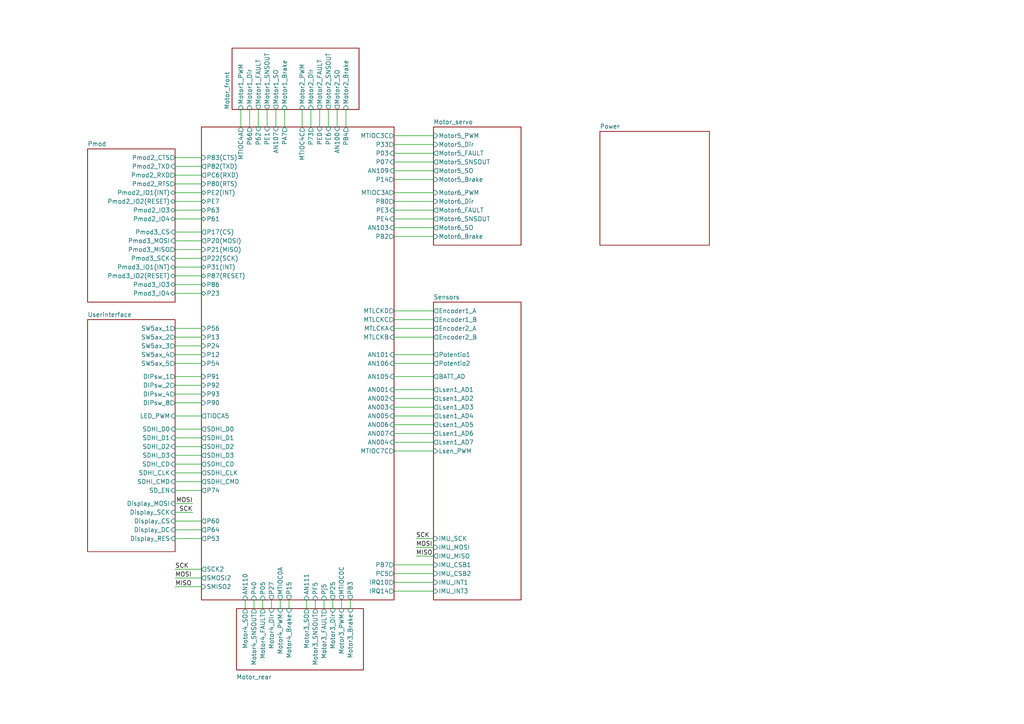
<source format=kicad_sch>
(kicad_sch
	(version 20231120)
	(generator "eeschema")
	(generator_version "8.0")
	(uuid "76b89980-2e43-4de5-94df-53966ea6619b")
	(paper "A4")
	(lib_symbols)
	(wire
		(pts
			(xy 114.3 39.37) (xy 125.73 39.37)
		)
		(stroke
			(width 0)
			(type default)
		)
		(uuid "019e5bc8-7c51-4d52-95df-b2639e6c26ce")
	)
	(wire
		(pts
			(xy 114.3 125.73) (xy 125.73 125.73)
		)
		(stroke
			(width 0)
			(type default)
		)
		(uuid "0432e204-6510-4f37-bf9f-82416037078a")
	)
	(wire
		(pts
			(xy 114.3 63.5) (xy 125.73 63.5)
		)
		(stroke
			(width 0)
			(type default)
		)
		(uuid "0ec56adb-f012-4b1c-b952-cca06f8f578b")
	)
	(wire
		(pts
			(xy 50.8 85.09) (xy 58.42 85.09)
		)
		(stroke
			(width 0)
			(type default)
		)
		(uuid "1436a412-30f6-44cf-a246-66df3dc76205")
	)
	(wire
		(pts
			(xy 93.98 173.99) (xy 93.98 176.53)
		)
		(stroke
			(width 0)
			(type default)
		)
		(uuid "1492e541-c4f3-4407-a66a-cdb1cd275bc0")
	)
	(wire
		(pts
			(xy 81.28 173.99) (xy 81.28 176.53)
		)
		(stroke
			(width 0)
			(type default)
		)
		(uuid "171c280e-c08d-4cbd-a160-7292d7320d2a")
	)
	(wire
		(pts
			(xy 73.66 173.99) (xy 73.66 176.53)
		)
		(stroke
			(width 0)
			(type default)
		)
		(uuid "1841eec5-d568-4901-8466-777644b64359")
	)
	(wire
		(pts
			(xy 114.3 97.79) (xy 125.73 97.79)
		)
		(stroke
			(width 0)
			(type default)
		)
		(uuid "2517d716-e4fa-4521-9d4c-123a24dede6a")
	)
	(wire
		(pts
			(xy 50.8 165.1) (xy 58.42 165.1)
		)
		(stroke
			(width 0)
			(type default)
		)
		(uuid "252f0257-c82c-4c6c-9aea-fccd521e97f1")
	)
	(wire
		(pts
			(xy 114.3 171.45) (xy 125.73 171.45)
		)
		(stroke
			(width 0)
			(type default)
		)
		(uuid "2691a037-e142-4946-b187-c689ecef9ac1")
	)
	(wire
		(pts
			(xy 120.65 161.29) (xy 125.73 161.29)
		)
		(stroke
			(width 0)
			(type default)
		)
		(uuid "2afed251-5c8b-48bd-bef9-402f9b8269e1")
	)
	(wire
		(pts
			(xy 58.42 170.18) (xy 50.8 170.18)
		)
		(stroke
			(width 0)
			(type default)
		)
		(uuid "2fc73b19-f99f-49d9-8aa9-e6d35f2623bf")
	)
	(wire
		(pts
			(xy 71.12 173.99) (xy 71.12 176.53)
		)
		(stroke
			(width 0)
			(type default)
		)
		(uuid "34f89c1a-4b16-432a-ac89-b6ac684e8e8f")
	)
	(wire
		(pts
			(xy 83.82 173.99) (xy 83.82 176.53)
		)
		(stroke
			(width 0)
			(type default)
		)
		(uuid "36a5af89-22ab-4abb-af28-01a6c2ee2580")
	)
	(wire
		(pts
			(xy 114.3 118.11) (xy 125.73 118.11)
		)
		(stroke
			(width 0)
			(type default)
		)
		(uuid "3a41f907-5e69-4360-8be6-ba72f17cb589")
	)
	(wire
		(pts
			(xy 50.8 105.41) (xy 58.42 105.41)
		)
		(stroke
			(width 0)
			(type default)
		)
		(uuid "3a4d4546-f168-4444-a7d9-fabce23066c1")
	)
	(wire
		(pts
			(xy 50.8 134.62) (xy 58.42 134.62)
		)
		(stroke
			(width 0)
			(type default)
		)
		(uuid "3ad23b1d-3fc3-4d3e-a79b-21ce0d402be6")
	)
	(wire
		(pts
			(xy 114.3 60.96) (xy 125.73 60.96)
		)
		(stroke
			(width 0)
			(type default)
		)
		(uuid "3b8be6e8-e9be-4cfe-866d-f4a21d82707a")
	)
	(wire
		(pts
			(xy 50.8 116.84) (xy 58.42 116.84)
		)
		(stroke
			(width 0)
			(type default)
		)
		(uuid "3d2a90c6-1834-4b90-b4d7-8818c2f4f860")
	)
	(wire
		(pts
			(xy 91.44 173.99) (xy 91.44 176.53)
		)
		(stroke
			(width 0)
			(type default)
		)
		(uuid "3dfdc5cc-ae21-436d-a801-5858bc14a1e4")
	)
	(wire
		(pts
			(xy 114.3 41.91) (xy 125.73 41.91)
		)
		(stroke
			(width 0)
			(type default)
		)
		(uuid "3e625f65-02ff-43a3-a3be-a0a156af7b47")
	)
	(wire
		(pts
			(xy 114.3 113.03) (xy 125.73 113.03)
		)
		(stroke
			(width 0)
			(type default)
		)
		(uuid "405e3d3f-7054-472a-b7e2-5a9e01f10144")
	)
	(wire
		(pts
			(xy 100.33 31.75) (xy 100.33 36.83)
		)
		(stroke
			(width 0)
			(type default)
		)
		(uuid "4e184ab6-9d82-401b-bbb0-c025422fcf06")
	)
	(wire
		(pts
			(xy 50.8 100.33) (xy 58.42 100.33)
		)
		(stroke
			(width 0)
			(type default)
		)
		(uuid "52ee4c9c-167c-4906-b78a-88e92db46788")
	)
	(wire
		(pts
			(xy 50.8 69.85) (xy 58.42 69.85)
		)
		(stroke
			(width 0)
			(type default)
		)
		(uuid "536ce4ed-1a68-4f7a-a7b4-2f2edb35581b")
	)
	(wire
		(pts
			(xy 50.8 55.88) (xy 58.42 55.88)
		)
		(stroke
			(width 0)
			(type default)
		)
		(uuid "54e0db9e-faf0-4b21-8c2d-38164c29643e")
	)
	(wire
		(pts
			(xy 50.8 58.42) (xy 58.42 58.42)
		)
		(stroke
			(width 0)
			(type default)
		)
		(uuid "57497467-04c4-4fdc-9310-8c6fc1837f92")
	)
	(wire
		(pts
			(xy 55.88 148.59) (xy 50.8 148.59)
		)
		(stroke
			(width 0)
			(type default)
		)
		(uuid "583b6b54-8146-4f7d-8e36-f99a281a04b5")
	)
	(wire
		(pts
			(xy 114.3 130.81) (xy 125.73 130.81)
		)
		(stroke
			(width 0)
			(type default)
		)
		(uuid "5b3ce135-74d3-4f5a-b5bd-6fa41fb0803b")
	)
	(wire
		(pts
			(xy 50.8 129.54) (xy 58.42 129.54)
		)
		(stroke
			(width 0)
			(type default)
		)
		(uuid "61cb587d-1ec5-4cda-9bdf-c197d1ecfd19")
	)
	(wire
		(pts
			(xy 92.71 31.75) (xy 92.71 36.83)
		)
		(stroke
			(width 0)
			(type default)
		)
		(uuid "641d95b3-471b-4c1f-aaf6-2dd761a337fd")
	)
	(wire
		(pts
			(xy 114.3 115.57) (xy 125.73 115.57)
		)
		(stroke
			(width 0)
			(type default)
		)
		(uuid "66eb4b5b-8c10-43ca-89f6-99606fb7876f")
	)
	(wire
		(pts
			(xy 114.3 95.25) (xy 125.73 95.25)
		)
		(stroke
			(width 0)
			(type default)
		)
		(uuid "680b2e8b-79c9-4494-9e37-cdc8342a20ad")
	)
	(wire
		(pts
			(xy 50.8 124.46) (xy 58.42 124.46)
		)
		(stroke
			(width 0)
			(type default)
		)
		(uuid "68d500ec-f375-438d-8273-3fbc890653f5")
	)
	(wire
		(pts
			(xy 114.3 163.83) (xy 125.73 163.83)
		)
		(stroke
			(width 0)
			(type default)
		)
		(uuid "6d15ccb5-a14f-4423-a3a9-8f8230e85485")
	)
	(wire
		(pts
			(xy 69.85 31.75) (xy 69.85 36.83)
		)
		(stroke
			(width 0)
			(type default)
		)
		(uuid "6f700e77-49a0-4c24-b768-e5eb56c3f96e")
	)
	(wire
		(pts
			(xy 90.17 31.75) (xy 90.17 36.83)
		)
		(stroke
			(width 0)
			(type default)
		)
		(uuid "7226fd9a-b9a5-4c8b-9a96-198ade6a185a")
	)
	(wire
		(pts
			(xy 50.8 53.34) (xy 58.42 53.34)
		)
		(stroke
			(width 0)
			(type default)
		)
		(uuid "748cd850-e50b-41d9-a59c-24242e727397")
	)
	(wire
		(pts
			(xy 114.3 123.19) (xy 125.73 123.19)
		)
		(stroke
			(width 0)
			(type default)
		)
		(uuid "74a82fa8-aecd-491c-aa6b-3a8dc1e038e6")
	)
	(wire
		(pts
			(xy 50.8 82.55) (xy 58.42 82.55)
		)
		(stroke
			(width 0)
			(type default)
		)
		(uuid "771ae856-143c-447b-bdfc-93a5ee3fe14b")
	)
	(wire
		(pts
			(xy 50.8 80.01) (xy 58.42 80.01)
		)
		(stroke
			(width 0)
			(type default)
		)
		(uuid "7a2640ff-41aa-4133-ab00-b63fd8b73d0c")
	)
	(wire
		(pts
			(xy 114.3 55.88) (xy 125.73 55.88)
		)
		(stroke
			(width 0)
			(type default)
		)
		(uuid "838fb993-a077-4db3-b002-441b9f699267")
	)
	(wire
		(pts
			(xy 74.93 31.75) (xy 74.93 36.83)
		)
		(stroke
			(width 0)
			(type default)
		)
		(uuid "83fe80a8-171b-4548-9ea0-43bafb26b7d6")
	)
	(wire
		(pts
			(xy 114.3 49.53) (xy 125.73 49.53)
		)
		(stroke
			(width 0)
			(type default)
		)
		(uuid "842570a9-c205-4fcc-8490-208b10decf70")
	)
	(wire
		(pts
			(xy 114.3 168.91) (xy 125.73 168.91)
		)
		(stroke
			(width 0)
			(type default)
		)
		(uuid "8603f589-54c0-4dc0-8bea-736cac624ec9")
	)
	(wire
		(pts
			(xy 114.3 128.27) (xy 125.73 128.27)
		)
		(stroke
			(width 0)
			(type default)
		)
		(uuid "8657f376-a37f-40bf-82aa-92bf75bb6b95")
	)
	(wire
		(pts
			(xy 114.3 66.04) (xy 125.73 66.04)
		)
		(stroke
			(width 0)
			(type default)
		)
		(uuid "874b134b-3147-48b5-bc3a-44b6a1cdfd43")
	)
	(wire
		(pts
			(xy 82.55 31.75) (xy 82.55 36.83)
		)
		(stroke
			(width 0)
			(type default)
		)
		(uuid "88c24464-df68-4394-857c-fcd961f6f69a")
	)
	(wire
		(pts
			(xy 77.47 31.75) (xy 77.47 36.83)
		)
		(stroke
			(width 0)
			(type default)
		)
		(uuid "8a589cad-d6e4-4fff-b5bf-a21d56fca3cf")
	)
	(wire
		(pts
			(xy 97.79 36.83) (xy 97.79 31.75)
		)
		(stroke
			(width 0)
			(type default)
		)
		(uuid "8b005fdf-60f1-4e3c-b10c-8a8f1a98cdce")
	)
	(wire
		(pts
			(xy 50.8 72.39) (xy 58.42 72.39)
		)
		(stroke
			(width 0)
			(type default)
		)
		(uuid "8c7618cb-d4fd-4a36-97d8-85a5e8a4b01f")
	)
	(wire
		(pts
			(xy 50.8 120.65) (xy 58.42 120.65)
		)
		(stroke
			(width 0)
			(type default)
		)
		(uuid "8dba74fc-dccd-47a2-8ae8-fe23776f6414")
	)
	(wire
		(pts
			(xy 50.8 45.72) (xy 58.42 45.72)
		)
		(stroke
			(width 0)
			(type default)
		)
		(uuid "90b825e5-fae6-435b-a0f0-5c40a521f317")
	)
	(wire
		(pts
			(xy 50.8 139.7) (xy 58.42 139.7)
		)
		(stroke
			(width 0)
			(type default)
		)
		(uuid "940c632b-2cca-4ef9-a8ad-ed34c2606398")
	)
	(wire
		(pts
			(xy 114.3 109.22) (xy 125.73 109.22)
		)
		(stroke
			(width 0)
			(type default)
		)
		(uuid "9aea101f-4335-428d-8aa3-dac2a103f9c1")
	)
	(wire
		(pts
			(xy 50.8 48.26) (xy 58.42 48.26)
		)
		(stroke
			(width 0)
			(type default)
		)
		(uuid "9e46b243-cc04-4cd2-b265-007bd541144f")
	)
	(wire
		(pts
			(xy 50.8 63.5) (xy 58.42 63.5)
		)
		(stroke
			(width 0)
			(type default)
		)
		(uuid "a1e96795-7521-4a4e-b9be-e761a055540b")
	)
	(wire
		(pts
			(xy 114.3 105.41) (xy 125.73 105.41)
		)
		(stroke
			(width 0)
			(type default)
		)
		(uuid "a465f864-1f24-4bdd-abff-831bf1e9e343")
	)
	(wire
		(pts
			(xy 120.65 158.75) (xy 125.73 158.75)
		)
		(stroke
			(width 0)
			(type default)
		)
		(uuid "a4f65c57-0d30-4e7f-83ae-f4c8f8688cc6")
	)
	(wire
		(pts
			(xy 50.8 102.87) (xy 58.42 102.87)
		)
		(stroke
			(width 0)
			(type default)
		)
		(uuid "a77a96fb-3cf0-4aca-ade5-f6596821ea6b")
	)
	(wire
		(pts
			(xy 96.52 173.99) (xy 96.52 176.53)
		)
		(stroke
			(width 0)
			(type default)
		)
		(uuid "a8beb5ca-37bb-4259-82eb-b73e60236cf1")
	)
	(wire
		(pts
			(xy 50.8 153.67) (xy 58.42 153.67)
		)
		(stroke
			(width 0)
			(type default)
		)
		(uuid "a934b337-32ff-4345-9f2f-e9491432a646")
	)
	(wire
		(pts
			(xy 50.8 167.64) (xy 58.42 167.64)
		)
		(stroke
			(width 0)
			(type default)
		)
		(uuid "a95218f5-7379-4176-b2c8-425310468b2f")
	)
	(wire
		(pts
			(xy 99.06 173.99) (xy 99.06 176.53)
		)
		(stroke
			(width 0)
			(type default)
		)
		(uuid "aac0e88d-6d4f-4648-a820-078f87c53207")
	)
	(wire
		(pts
			(xy 55.88 146.05) (xy 50.8 146.05)
		)
		(stroke
			(width 0)
			(type default)
		)
		(uuid "ae6206d0-c355-40f1-afe3-13acb45111a8")
	)
	(wire
		(pts
			(xy 76.2 173.99) (xy 76.2 176.53)
		)
		(stroke
			(width 0)
			(type default)
		)
		(uuid "af567266-8ffd-4338-9740-1c8f3ca1c3a5")
	)
	(wire
		(pts
			(xy 50.8 95.25) (xy 58.42 95.25)
		)
		(stroke
			(width 0)
			(type default)
		)
		(uuid "b07cca1a-d5dd-44e2-9866-d758f6e980c4")
	)
	(wire
		(pts
			(xy 50.8 109.22) (xy 58.42 109.22)
		)
		(stroke
			(width 0)
			(type default)
		)
		(uuid "b284bfa4-1e23-422b-a0d4-14aa2cbba12d")
	)
	(wire
		(pts
			(xy 114.3 102.87) (xy 125.73 102.87)
		)
		(stroke
			(width 0)
			(type default)
		)
		(uuid "b98d6a13-265f-47a0-baff-910d58fb6ce8")
	)
	(wire
		(pts
			(xy 50.8 132.08) (xy 58.42 132.08)
		)
		(stroke
			(width 0)
			(type default)
		)
		(uuid "ba2841c2-cc69-400e-86cf-ae9586567aa0")
	)
	(wire
		(pts
			(xy 101.6 173.99) (xy 101.6 176.53)
		)
		(stroke
			(width 0)
			(type default)
		)
		(uuid "bcb5a28b-0003-4355-98a1-36ca9498397c")
	)
	(wire
		(pts
			(xy 114.3 46.99) (xy 125.73 46.99)
		)
		(stroke
			(width 0)
			(type default)
		)
		(uuid "bce88dd0-64b1-4502-925a-d6de2940e9dc")
	)
	(wire
		(pts
			(xy 114.3 90.17) (xy 125.73 90.17)
		)
		(stroke
			(width 0)
			(type default)
		)
		(uuid "c112cfc3-8440-4bb5-a598-f6903460e780")
	)
	(wire
		(pts
			(xy 50.8 114.3) (xy 58.42 114.3)
		)
		(stroke
			(width 0)
			(type default)
		)
		(uuid "c402b7fd-f453-4ff2-8b04-8c4d96301491")
	)
	(wire
		(pts
			(xy 88.9 173.99) (xy 88.9 176.53)
		)
		(stroke
			(width 0)
			(type default)
		)
		(uuid "c783d00e-d547-4d40-bd2c-51d1d698c1f1")
	)
	(wire
		(pts
			(xy 95.25 31.75) (xy 95.25 36.83)
		)
		(stroke
			(width 0)
			(type default)
		)
		(uuid "c99c28a9-2da6-4aff-854d-f7c468f87ed2")
	)
	(wire
		(pts
			(xy 50.8 137.16) (xy 58.42 137.16)
		)
		(stroke
			(width 0)
			(type default)
		)
		(uuid "cbedb64e-17e6-4251-91ec-d000c4f2c38f")
	)
	(wire
		(pts
			(xy 114.3 52.07) (xy 125.73 52.07)
		)
		(stroke
			(width 0)
			(type default)
		)
		(uuid "ce9d444b-d32a-451c-aa51-312384809422")
	)
	(wire
		(pts
			(xy 120.65 156.21) (xy 125.73 156.21)
		)
		(stroke
			(width 0)
			(type default)
		)
		(uuid "cfea9010-e429-4f33-adfe-0fbfa2e6beac")
	)
	(wire
		(pts
			(xy 87.63 31.75) (xy 87.63 36.83)
		)
		(stroke
			(width 0)
			(type default)
		)
		(uuid "d3d31ad7-13bd-413f-a3b4-0ef0013c2fa1")
	)
	(wire
		(pts
			(xy 50.8 151.13) (xy 58.42 151.13)
		)
		(stroke
			(width 0)
			(type default)
		)
		(uuid "d9f653ae-5045-4f59-a039-dbb4b06da924")
	)
	(wire
		(pts
			(xy 50.8 60.96) (xy 58.42 60.96)
		)
		(stroke
			(width 0)
			(type default)
		)
		(uuid "db208b56-85e1-4bdf-83b9-08666838f54a")
	)
	(wire
		(pts
			(xy 50.8 127) (xy 58.42 127)
		)
		(stroke
			(width 0)
			(type default)
		)
		(uuid "df228eb0-e445-4186-81fb-8b81f8170aa6")
	)
	(wire
		(pts
			(xy 50.8 50.8) (xy 58.42 50.8)
		)
		(stroke
			(width 0)
			(type default)
		)
		(uuid "e05bebd1-8961-4846-b7d7-4dfe7aa42997")
	)
	(wire
		(pts
			(xy 114.3 166.37) (xy 125.73 166.37)
		)
		(stroke
			(width 0)
			(type default)
		)
		(uuid "e1918500-44a0-4bd6-906d-9f1a6faa060a")
	)
	(wire
		(pts
			(xy 72.39 31.75) (xy 72.39 36.83)
		)
		(stroke
			(width 0)
			(type default)
		)
		(uuid "e2e6874c-c106-4bfa-b579-93bf79f5d061")
	)
	(wire
		(pts
			(xy 114.3 44.45) (xy 125.73 44.45)
		)
		(stroke
			(width 0)
			(type default)
		)
		(uuid "e7693ced-5255-446a-a310-7e855bd6e760")
	)
	(wire
		(pts
			(xy 50.8 67.31) (xy 58.42 67.31)
		)
		(stroke
			(width 0)
			(type default)
		)
		(uuid "eab2e227-c469-4a62-bd0f-0dc929c416de")
	)
	(wire
		(pts
			(xy 50.8 97.79) (xy 58.42 97.79)
		)
		(stroke
			(width 0)
			(type default)
		)
		(uuid "eac1aef0-d4f6-422f-aa95-ff878f9a6377")
	)
	(wire
		(pts
			(xy 80.01 36.83) (xy 80.01 31.75)
		)
		(stroke
			(width 0)
			(type default)
		)
		(uuid "eea77476-f54c-4726-be3f-6fa0528e72f7")
	)
	(wire
		(pts
			(xy 114.3 68.58) (xy 125.73 68.58)
		)
		(stroke
			(width 0)
			(type default)
		)
		(uuid "f174033e-5f31-421b-9c23-ded7b5836c71")
	)
	(wire
		(pts
			(xy 50.8 74.93) (xy 58.42 74.93)
		)
		(stroke
			(width 0)
			(type default)
		)
		(uuid "f2aba3e9-6f95-4cde-aa4e-ac33f52adf75")
	)
	(wire
		(pts
			(xy 50.8 156.21) (xy 58.42 156.21)
		)
		(stroke
			(width 0)
			(type default)
		)
		(uuid "f58a7342-10df-40ea-9bf9-0b1370cd9889")
	)
	(wire
		(pts
			(xy 50.8 111.76) (xy 58.42 111.76)
		)
		(stroke
			(width 0)
			(type default)
		)
		(uuid "f6b1b2d8-2726-467a-82aa-fa5b93941794")
	)
	(wire
		(pts
			(xy 114.3 120.65) (xy 125.73 120.65)
		)
		(stroke
			(width 0)
			(type default)
		)
		(uuid "f7b460b3-f871-497c-81f4-11d949e9bdc1")
	)
	(wire
		(pts
			(xy 114.3 92.71) (xy 125.73 92.71)
		)
		(stroke
			(width 0)
			(type default)
		)
		(uuid "f7b4d2ea-0b55-48a0-9b11-c73c240c54e2")
	)
	(wire
		(pts
			(xy 114.3 58.42) (xy 125.73 58.42)
		)
		(stroke
			(width 0)
			(type default)
		)
		(uuid "fa8cf7ee-27bd-4426-837b-96736ea20f2d")
	)
	(wire
		(pts
			(xy 78.74 173.99) (xy 78.74 176.53)
		)
		(stroke
			(width 0)
			(type default)
		)
		(uuid "fbe1da16-a279-4e71-8ecd-cfbc134dc944")
	)
	(wire
		(pts
			(xy 50.8 142.24) (xy 58.42 142.24)
		)
		(stroke
			(width 0)
			(type default)
		)
		(uuid "ff314427-0031-4e35-a850-31bec3394323")
	)
	(wire
		(pts
			(xy 50.8 77.47) (xy 58.42 77.47)
		)
		(stroke
			(width 0)
			(type default)
		)
		(uuid "ffb7fee3-5a9d-4e4c-86ba-fda18b1d3a3c")
	)
	(label "SCK"
		(at 50.8 165.1 0)
		(effects
			(font
				(size 1.27 1.27)
			)
			(justify left bottom)
		)
		(uuid "0b8a8f6b-8a25-47d1-9733-42cd5260a217")
	)
	(label "MOSI"
		(at 55.88 146.05 180)
		(effects
			(font
				(size 1.27 1.27)
			)
			(justify right bottom)
		)
		(uuid "27a183c2-7e92-4896-9aca-b0273ed0789d")
	)
	(label "MOSI"
		(at 120.65 158.75 0)
		(effects
			(font
				(size 1.27 1.27)
			)
			(justify left bottom)
		)
		(uuid "4d4bd983-07b3-4a39-905b-6042a244e955")
	)
	(label "SCK"
		(at 55.88 148.59 180)
		(effects
			(font
				(size 1.27 1.27)
			)
			(justify right bottom)
		)
		(uuid "59e24122-0b3b-4601-9d86-cdd1faa477da")
	)
	(label "SCK"
		(at 120.65 156.21 0)
		(effects
			(font
				(size 1.27 1.27)
			)
			(justify left bottom)
		)
		(uuid "9fb4d5d5-ce72-4071-8409-e634f07cfca6")
	)
	(label "MISO"
		(at 120.65 161.29 0)
		(effects
			(font
				(size 1.27 1.27)
			)
			(justify left bottom)
		)
		(uuid "b7da0c4a-36a4-4005-91a0-2c472d023da7")
	)
	(label "MOSI"
		(at 50.8 167.64 0)
		(effects
			(font
				(size 1.27 1.27)
			)
			(justify left bottom)
		)
		(uuid "c2412829-d3cd-414f-a61f-45a3a89ae9ea")
	)
	(label "MISO"
		(at 50.8 170.18 0)
		(effects
			(font
				(size 1.27 1.27)
			)
			(justify left bottom)
		)
		(uuid "ca8b4b2e-0485-40b5-9172-04f00d1113d4")
	)
	(sheet
		(at 173.99 38.1)
		(size 31.75 33.02)
		(fields_autoplaced yes)
		(stroke
			(width 0.1524)
			(type solid)
		)
		(fill
			(color 0 0 0 0.0000)
		)
		(uuid "2c65dd6e-7466-422d-96f1-e3556fbd2706")
		(property "Sheetname" "Power"
			(at 173.99 37.3884 0)
			(effects
				(font
					(size 1.27 1.27)
				)
				(justify left bottom)
			)
		)
		(property "Sheetfile" "Power.kicad_sch"
			(at 173.99 71.7046 0)
			(effects
				(font
					(size 1.27 1.27)
				)
				(justify left top)
				(hide yes)
			)
		)
		(instances
			(project "mcr_MotorDriver Ver.3"
				(path "/76b89980-2e43-4de5-94df-53966ea6619b"
					(page "2")
				)
			)
		)
	)
	(sheet
		(at 25.4 92.71)
		(size 25.4 67.31)
		(fields_autoplaced yes)
		(stroke
			(width 0.1524)
			(type solid)
		)
		(fill
			(color 0 0 0 0.0000)
		)
		(uuid "3c982040-00ff-4b8e-bcde-6753756f6ec9")
		(property "Sheetname" "Userinterface"
			(at 25.4 91.9984 0)
			(effects
				(font
					(size 1.27 1.27)
				)
				(justify left bottom)
			)
		)
		(property "Sheetfile" "Userinterface.kicad_sch"
			(at 25.4 160.6046 0)
			(effects
				(font
					(size 1.27 1.27)
				)
				(justify left top)
				(hide yes)
			)
		)
		(pin "SDHI_CD" input
			(at 50.8 134.62 0)
			(effects
				(font
					(size 1.27 1.27)
				)
				(justify right)
			)
			(uuid "6b8c1e3b-af54-408d-9dd5-b87f4117c8a8")
		)
		(pin "SDHI_D1" input
			(at 50.8 127 0)
			(effects
				(font
					(size 1.27 1.27)
				)
				(justify right)
			)
			(uuid "f1bb5e76-8cb1-4ad0-a894-2eaef891363e")
		)
		(pin "SDHI_D0" input
			(at 50.8 124.46 0)
			(effects
				(font
					(size 1.27 1.27)
				)
				(justify right)
			)
			(uuid "cf1e77a4-14ea-48c7-ad83-1e4d06988ed9")
		)
		(pin "SDHI_D3" input
			(at 50.8 132.08 0)
			(effects
				(font
					(size 1.27 1.27)
				)
				(justify right)
			)
			(uuid "643d54bf-d6ff-406a-af19-ab3104963e34")
		)
		(pin "SDHI_CMD" input
			(at 50.8 139.7 0)
			(effects
				(font
					(size 1.27 1.27)
				)
				(justify right)
			)
			(uuid "7bd0a27b-bdd8-47ae-9abc-69f4913a3ae5")
		)
		(pin "SDHI_D2" input
			(at 50.8 129.54 0)
			(effects
				(font
					(size 1.27 1.27)
				)
				(justify right)
			)
			(uuid "d9e66032-a525-4713-9ee1-60f49544d2ab")
		)
		(pin "LED_PWM" input
			(at 50.8 120.65 0)
			(effects
				(font
					(size 1.27 1.27)
				)
				(justify right)
			)
			(uuid "bd57c04f-fba4-4b63-9f5c-3ee6eff8c3ef")
		)
		(pin "SDHI_CLK" input
			(at 50.8 137.16 0)
			(effects
				(font
					(size 1.27 1.27)
				)
				(justify right)
			)
			(uuid "a9c97a25-2400-461c-a447-ffff445b21bd")
		)
		(pin "SD_EN" input
			(at 50.8 142.24 0)
			(effects
				(font
					(size 1.27 1.27)
				)
				(justify right)
			)
			(uuid "4cf6d72e-be5a-40ed-9de8-7a93df7931b1")
		)
		(pin "SW5ax_4" output
			(at 50.8 102.87 0)
			(effects
				(font
					(size 1.27 1.27)
				)
				(justify right)
			)
			(uuid "68f605bf-7387-402b-bf08-633aae0f8213")
		)
		(pin "SW5ax_5" output
			(at 50.8 105.41 0)
			(effects
				(font
					(size 1.27 1.27)
				)
				(justify right)
			)
			(uuid "8f0fd170-5561-4ee8-8977-13fa4eb4a804")
		)
		(pin "SW5ax_1" output
			(at 50.8 95.25 0)
			(effects
				(font
					(size 1.27 1.27)
				)
				(justify right)
			)
			(uuid "9cd2c87e-6e6b-45c3-bb81-36358f672ed1")
		)
		(pin "SW5ax_2" output
			(at 50.8 97.79 0)
			(effects
				(font
					(size 1.27 1.27)
				)
				(justify right)
			)
			(uuid "024275d6-0a4f-48eb-afa4-9ecc55c76b21")
		)
		(pin "SW5ax_3" output
			(at 50.8 100.33 0)
			(effects
				(font
					(size 1.27 1.27)
				)
				(justify right)
			)
			(uuid "ebdb27e8-3180-4bfd-80a6-db355314e9f5")
		)
		(pin "Display_RES" input
			(at 50.8 156.21 0)
			(effects
				(font
					(size 1.27 1.27)
				)
				(justify right)
			)
			(uuid "937ff1d4-55d8-431d-9f12-066282d68428")
		)
		(pin "Display_DC" input
			(at 50.8 153.67 0)
			(effects
				(font
					(size 1.27 1.27)
				)
				(justify right)
			)
			(uuid "85b17fa3-760b-482c-9204-deeb6b48093f")
		)
		(pin "Display_MOSI" input
			(at 50.8 146.05 0)
			(effects
				(font
					(size 1.27 1.27)
				)
				(justify right)
			)
			(uuid "d697db04-c784-466b-b80d-1e869a73897a")
		)
		(pin "Display_CS" input
			(at 50.8 151.13 0)
			(effects
				(font
					(size 1.27 1.27)
				)
				(justify right)
			)
			(uuid "ac84686a-2a3d-4682-bcfb-29211a515aa3")
		)
		(pin "Display_SCK" input
			(at 50.8 148.59 0)
			(effects
				(font
					(size 1.27 1.27)
				)
				(justify right)
			)
			(uuid "1fa8cd80-169b-400a-8f67-1287a8701a53")
		)
		(pin "DIPsw_1" output
			(at 50.8 109.22 0)
			(effects
				(font
					(size 1.27 1.27)
				)
				(justify right)
			)
			(uuid "b36bb57b-2c4b-4eaa-8e93-16efb807b569")
		)
		(pin "DIPsw_4" output
			(at 50.8 114.3 0)
			(effects
				(font
					(size 1.27 1.27)
				)
				(justify right)
			)
			(uuid "80cf3d39-f692-48f6-bbb3-17a2566edcbc")
		)
		(pin "DIPsw_2" output
			(at 50.8 111.76 0)
			(effects
				(font
					(size 1.27 1.27)
				)
				(justify right)
			)
			(uuid "79da34e4-47dd-4247-a024-48a45d985b2c")
		)
		(pin "DIPsw_8" output
			(at 50.8 116.84 0)
			(effects
				(font
					(size 1.27 1.27)
				)
				(justify right)
			)
			(uuid "e4a8a3f5-a3ed-4d44-ab82-abcd47839dcb")
		)
		(instances
			(project "mcr_MotorDriver Ver.3"
				(path "/76b89980-2e43-4de5-94df-53966ea6619b"
					(page "4")
				)
			)
		)
	)
	(sheet
		(at 125.73 87.63)
		(size 25.4 86.36)
		(fields_autoplaced yes)
		(stroke
			(width 0.1524)
			(type solid)
		)
		(fill
			(color 0 0 0 0.0000)
		)
		(uuid "3cfb1952-6bc1-422a-88f5-c02310c2f68f")
		(property "Sheetname" "Sensors"
			(at 125.73 86.9184 0)
			(effects
				(font
					(size 1.27 1.27)
				)
				(justify left bottom)
			)
		)
		(property "Sheetfile" "Periferal.sch.kicad_sch"
			(at 125.73 174.5746 0)
			(effects
				(font
					(size 1.27 1.27)
				)
				(justify left top)
				(hide yes)
			)
		)
		(pin "Encoder1_A" output
			(at 125.73 90.17 180)
			(effects
				(font
					(size 1.27 1.27)
				)
				(justify left)
			)
			(uuid "f5782d90-742a-415c-ae69-4e18f54a3c24")
		)
		(pin "Encoder1_B" output
			(at 125.73 92.71 180)
			(effects
				(font
					(size 1.27 1.27)
				)
				(justify left)
			)
			(uuid "1041f67a-fd18-41e1-955e-b440302b5449")
		)
		(pin "IMU_CSB2" input
			(at 125.73 166.37 180)
			(effects
				(font
					(size 1.27 1.27)
				)
				(justify left)
			)
			(uuid "9586acff-d16c-443a-a2f6-413d3d27440c")
		)
		(pin "IMU_INT3" input
			(at 125.73 171.45 180)
			(effects
				(font
					(size 1.27 1.27)
				)
				(justify left)
			)
			(uuid "27c9278a-6395-4fe2-8ae1-5773e615ca97")
		)
		(pin "IMU_INT1" input
			(at 125.73 168.91 180)
			(effects
				(font
					(size 1.27 1.27)
				)
				(justify left)
			)
			(uuid "2dad084b-4430-470a-ab3a-77f352a96a11")
		)
		(pin "Lsen1_AD1" output
			(at 125.73 113.03 180)
			(effects
				(font
					(size 1.27 1.27)
				)
				(justify left)
			)
			(uuid "d41e1466-0d46-4cfc-ad9f-d033fdb15c8d")
		)
		(pin "Lsen1_AD6" output
			(at 125.73 125.73 180)
			(effects
				(font
					(size 1.27 1.27)
				)
				(justify left)
			)
			(uuid "7e31bf6c-bdc3-4cec-9411-1cdee795f3b7")
		)
		(pin "Lsen1_AD3" output
			(at 125.73 118.11 180)
			(effects
				(font
					(size 1.27 1.27)
				)
				(justify left)
			)
			(uuid "d2feae9b-5e14-4a32-80dd-70a9ff98582f")
		)
		(pin "Lsen1_AD2" output
			(at 125.73 115.57 180)
			(effects
				(font
					(size 1.27 1.27)
				)
				(justify left)
			)
			(uuid "940c906a-49ec-445f-aa27-6e188953d57c")
		)
		(pin "Lsen1_AD4" output
			(at 125.73 120.65 180)
			(effects
				(font
					(size 1.27 1.27)
				)
				(justify left)
			)
			(uuid "811b6b08-0907-4606-9d28-28d634b5daa4")
		)
		(pin "Lsen1_AD5" output
			(at 125.73 123.19 180)
			(effects
				(font
					(size 1.27 1.27)
				)
				(justify left)
			)
			(uuid "20ac2701-d4e9-4313-aece-f167df46daa7")
		)
		(pin "IMU_SCK" input
			(at 125.73 156.21 180)
			(effects
				(font
					(size 1.27 1.27)
				)
				(justify left)
			)
			(uuid "ba6be0d9-ed51-4bdd-87f9-29e19c7e89b8")
		)
		(pin "IMU_MOSI" input
			(at 125.73 158.75 180)
			(effects
				(font
					(size 1.27 1.27)
				)
				(justify left)
			)
			(uuid "a0c17acc-e8bf-4685-817f-f053f3facab2")
		)
		(pin "IMU_CSB1" input
			(at 125.73 163.83 180)
			(effects
				(font
					(size 1.27 1.27)
				)
				(justify left)
			)
			(uuid "4c3f0fa8-d066-4459-bde2-90cd5e439833")
		)
		(pin "IMU_MISO" output
			(at 125.73 161.29 180)
			(effects
				(font
					(size 1.27 1.27)
				)
				(justify left)
			)
			(uuid "8ac19488-3b98-4460-ba9f-4b447ca77113")
		)
		(pin "BATT_AD" output
			(at 125.73 109.22 180)
			(effects
				(font
					(size 1.27 1.27)
				)
				(justify left)
			)
			(uuid "f8c53830-a695-4079-b406-6be1c40103a2")
		)
		(pin "Potentio2" output
			(at 125.73 105.41 180)
			(effects
				(font
					(size 1.27 1.27)
				)
				(justify left)
			)
			(uuid "8acc3dca-c0ec-4020-b326-3a5ec6811d73")
		)
		(pin "Potentio1" output
			(at 125.73 102.87 180)
			(effects
				(font
					(size 1.27 1.27)
				)
				(justify left)
			)
			(uuid "20bd8231-5ffd-4a56-a9f6-bba300bc58b9")
		)
		(pin "Encoder2_B" output
			(at 125.73 97.79 180)
			(effects
				(font
					(size 1.27 1.27)
				)
				(justify left)
			)
			(uuid "485d0b75-efde-4734-8054-0a1da9abaa23")
		)
		(pin "Encoder2_A" output
			(at 125.73 95.25 180)
			(effects
				(font
					(size 1.27 1.27)
				)
				(justify left)
			)
			(uuid "d235a304-6dd3-4c3d-b249-28777f05f2b1")
		)
		(pin "Lsen1_AD7" output
			(at 125.73 128.27 180)
			(effects
				(font
					(size 1.27 1.27)
				)
				(justify left)
			)
			(uuid "f093dc08-ad4c-4e9c-92ba-0ac28aea3664")
		)
		(pin "Lsen_PWM" input
			(at 125.73 130.81 180)
			(effects
				(font
					(size 1.27 1.27)
				)
				(justify left)
			)
			(uuid "1eb459d4-4000-4f82-accf-28c747cd6e7c")
		)
		(instances
			(project "mcr_MotorDriver Ver.3"
				(path "/76b89980-2e43-4de5-94df-53966ea6619b"
					(page "3")
				)
			)
		)
	)
	(sheet
		(at 68.58 176.53)
		(size 36.83 17.78)
		(stroke
			(width 0.1524)
			(type solid)
		)
		(fill
			(color 0 0 0 0.0000)
		)
		(uuid "51ef8f07-12d0-4a04-a726-b98eb3e14b2d")
		(property "Sheetname" "Motor_rear"
			(at 68.58 197.104 0)
			(effects
				(font
					(size 1.27 1.27)
				)
				(justify left bottom)
			)
		)
		(property "Sheetfile" "Motor_rear.kicad_sch"
			(at 68.58 202.5146 0)
			(effects
				(font
					(size 1.27 1.27)
				)
				(justify left top)
				(hide yes)
			)
		)
		(pin "Motor3_Dir" input
			(at 96.52 176.53 90)
			(effects
				(font
					(size 1.27 1.27)
				)
				(justify right)
			)
			(uuid "1ff9e03b-1631-4fe6-b68e-ad4c82558ec6")
		)
		(pin "Motor3_SNSOUT" output
			(at 91.44 176.53 90)
			(effects
				(font
					(size 1.27 1.27)
				)
				(justify right)
			)
			(uuid "9aba459a-bb9e-45fa-a3c6-e2aea6e91f32")
		)
		(pin "Motor3_FAULT" output
			(at 93.98 176.53 90)
			(effects
				(font
					(size 1.27 1.27)
				)
				(justify right)
			)
			(uuid "cd1cdb12-1f3a-4c00-a81e-7fde41177810")
		)
		(pin "Motor3_PWM" input
			(at 99.06 176.53 90)
			(effects
				(font
					(size 1.27 1.27)
				)
				(justify right)
			)
			(uuid "8b3832cc-90a1-4f32-8b02-f7415a9b57aa")
		)
		(pin "Motor3_SO" output
			(at 88.9 176.53 90)
			(effects
				(font
					(size 1.27 1.27)
				)
				(justify right)
			)
			(uuid "60145e2a-da03-4ffa-ad0e-9673bd6b837b")
		)
		(pin "Motor4_FAULT" output
			(at 76.2 176.53 90)
			(effects
				(font
					(size 1.27 1.27)
				)
				(justify right)
			)
			(uuid "0d7489bb-d036-442a-a284-2837e5b1ed2e")
		)
		(pin "Motor4_Dir" input
			(at 78.74 176.53 90)
			(effects
				(font
					(size 1.27 1.27)
				)
				(justify right)
			)
			(uuid "bb8e5bc3-ddb5-4e6a-baea-a7da081d92fa")
		)
		(pin "Motor4_PWM" input
			(at 81.28 176.53 90)
			(effects
				(font
					(size 1.27 1.27)
				)
				(justify right)
			)
			(uuid "0cee6fbe-265b-4e7e-ae0f-f69c7acb0c44")
		)
		(pin "Motor4_SNSOUT" output
			(at 73.66 176.53 90)
			(effects
				(font
					(size 1.27 1.27)
				)
				(justify right)
			)
			(uuid "d5487e4a-3a6e-40c3-aa4b-43655009f39e")
		)
		(pin "Motor4_SO" output
			(at 71.12 176.53 90)
			(effects
				(font
					(size 1.27 1.27)
				)
				(justify right)
			)
			(uuid "7420e4f4-d1a9-436e-9d3f-339c488484a2")
		)
		(pin "Motor4_Brake" input
			(at 83.82 176.53 90)
			(effects
				(font
					(size 1.27 1.27)
				)
				(justify right)
			)
			(uuid "0e2745bb-aa08-4765-8986-e4eedba5530f")
		)
		(pin "Motor3_Brake" input
			(at 101.6 176.53 90)
			(effects
				(font
					(size 1.27 1.27)
				)
				(justify right)
			)
			(uuid "a3becd94-a0e4-4643-98d3-d2520b0819ae")
		)
		(instances
			(project "mcr_MotorDriver Ver.3"
				(path "/76b89980-2e43-4de5-94df-53966ea6619b"
					(page "7")
				)
			)
		)
	)
	(sheet
		(at 25.4 43.18)
		(size 25.4 44.45)
		(fields_autoplaced yes)
		(stroke
			(width 0.1524)
			(type solid)
		)
		(fill
			(color 0 0 0 0.0000)
		)
		(uuid "53053f08-0121-4498-bb15-df6666dce9cf")
		(property "Sheetname" "Pmod"
			(at 25.4 42.4684 0)
			(effects
				(font
					(size 1.27 1.27)
				)
				(justify left bottom)
			)
		)
		(property "Sheetfile" "Pmod.kicad_sch"
			(at 25.4 88.2146 0)
			(effects
				(font
					(size 1.27 1.27)
				)
				(justify left top)
				(hide yes)
			)
		)
		(pin "Pmod3_MISO" output
			(at 50.8 72.39 0)
			(effects
				(font
					(size 1.27 1.27)
				)
				(justify right)
			)
			(uuid "f132d60f-aa74-4f8b-beb9-591d627719d1")
		)
		(pin "Pmod3_CS" input
			(at 50.8 67.31 0)
			(effects
				(font
					(size 1.27 1.27)
				)
				(justify right)
			)
			(uuid "3d2e808d-9c73-461d-ba0f-31fa5c95d379")
		)
		(pin "Pmod3_MOSI" input
			(at 50.8 69.85 0)
			(effects
				(font
					(size 1.27 1.27)
				)
				(justify right)
			)
			(uuid "8d44a648-a0ec-4bbd-89c8-b4e36877a4bf")
		)
		(pin "Pmod3_SCK" input
			(at 50.8 74.93 0)
			(effects
				(font
					(size 1.27 1.27)
				)
				(justify right)
			)
			(uuid "ecd62410-588e-4ec5-8365-cd5cb9461606")
		)
		(pin "Pmod3_IO4" bidirectional
			(at 50.8 85.09 0)
			(effects
				(font
					(size 1.27 1.27)
				)
				(justify right)
			)
			(uuid "0a55cc5a-116e-4e31-ae8b-ebdc4cf3a296")
		)
		(pin "Pmod3_IO1(INT)" bidirectional
			(at 50.8 77.47 0)
			(effects
				(font
					(size 1.27 1.27)
				)
				(justify right)
			)
			(uuid "b5ff65bf-a5d4-4718-a1a0-67ec4d3ed966")
		)
		(pin "Pmod3_IO3" bidirectional
			(at 50.8 82.55 0)
			(effects
				(font
					(size 1.27 1.27)
				)
				(justify right)
			)
			(uuid "08e23a4f-6b4e-4dc2-9788-a532c3bafa5e")
		)
		(pin "Pmod3_IO2(RESET)" bidirectional
			(at 50.8 80.01 0)
			(effects
				(font
					(size 1.27 1.27)
				)
				(justify right)
			)
			(uuid "596b3e02-8d83-4851-a66a-307dc26a756e")
		)
		(pin "Pmod2_IO3" bidirectional
			(at 50.8 60.96 0)
			(effects
				(font
					(size 1.27 1.27)
				)
				(justify right)
			)
			(uuid "b57dcef6-426f-42f2-a384-63344d823bb4")
		)
		(pin "Pmod2_IO4" bidirectional
			(at 50.8 63.5 0)
			(effects
				(font
					(size 1.27 1.27)
				)
				(justify right)
			)
			(uuid "59819627-1e1a-4bde-8b3f-fd1efcc4f04b")
		)
		(pin "Pmod2_RTS" output
			(at 50.8 53.34 0)
			(effects
				(font
					(size 1.27 1.27)
				)
				(justify right)
			)
			(uuid "90550148-e060-41a5-9fdd-b5dd5bf6a0a4")
		)
		(pin "Pmod2_TXD" input
			(at 50.8 48.26 0)
			(effects
				(font
					(size 1.27 1.27)
				)
				(justify right)
			)
			(uuid "ae291642-6e5d-4e5d-a71f-c717564b2d19")
		)
		(pin "Pmod2_RXD" output
			(at 50.8 50.8 0)
			(effects
				(font
					(size 1.27 1.27)
				)
				(justify right)
			)
			(uuid "3eb723a9-7526-442f-93cd-f352ab2bcc70")
		)
		(pin "Pmod2_CTS" output
			(at 50.8 45.72 0)
			(effects
				(font
					(size 1.27 1.27)
				)
				(justify right)
			)
			(uuid "7a195ee9-442c-4d7c-8ea8-62cd876ac6c1")
		)
		(pin "Pmod2_IO1(INT)" bidirectional
			(at 50.8 55.88 0)
			(effects
				(font
					(size 1.27 1.27)
				)
				(justify right)
			)
			(uuid "6a11196e-1fec-49d0-a937-4682982f1b7a")
		)
		(pin "Pmod2_IO2(RESET)" bidirectional
			(at 50.8 58.42 0)
			(effects
				(font
					(size 1.27 1.27)
				)
				(justify right)
			)
			(uuid "bffcadef-9687-42cf-b70a-6f371e15f76c")
		)
		(instances
			(project "mcr_MotorDriver Ver.3"
				(path "/76b89980-2e43-4de5-94df-53966ea6619b"
					(page "5")
				)
			)
		)
	)
	(sheet
		(at 58.42 36.83)
		(size 55.88 137.16)
		(fields_autoplaced yes)
		(stroke
			(width 0.1524)
			(type solid)
		)
		(fill
			(color 0 0 0 0.0000)
		)
		(uuid "79ad9b32-fd2e-465e-9e27-e9e816377c75")
		(property "Sheetname" "MCU"
			(at 58.42 36.1184 0)
			(effects
				(font
					(size 1.27 1.27)
				)
				(justify left bottom)
				(hide yes)
			)
		)
		(property "Sheetfile" "MCU.kicad_sch"
			(at 58.42 174.5746 0)
			(effects
				(font
					(size 1.27 1.27)
				)
				(justify left top)
				(hide yes)
			)
		)
		(pin "MTIOC3C" output
			(at 114.3 39.37 0)
			(effects
				(font
					(size 1.27 1.27)
				)
				(justify right)
			)
			(uuid "9324f8a0-ffce-4865-9e12-d4e985922597")
		)
		(pin "MTIOC7C" output
			(at 114.3 130.81 0)
			(effects
				(font
					(size 1.27 1.27)
				)
				(justify right)
			)
			(uuid "0143c3db-e1d9-4bc0-bda4-210b650a3bd2")
		)
		(pin "MTIOC0C" output
			(at 99.06 173.99 270)
			(effects
				(font
					(size 1.27 1.27)
				)
				(justify left)
			)
			(uuid "f107638c-25c9-4a2e-884a-f2b19b8a8133")
		)
		(pin "MTIOC0A" output
			(at 81.28 173.99 270)
			(effects
				(font
					(size 1.27 1.27)
				)
				(justify left)
			)
			(uuid "4aefa703-c27c-4a11-853b-ef39045421f8")
		)
		(pin "P25" output
			(at 96.52 173.99 270)
			(effects
				(font
					(size 1.27 1.27)
				)
				(justify left)
			)
			(uuid "b5f84c6d-46a0-4048-885e-d2d6e936953c")
		)
		(pin "IRQ10" output
			(at 114.3 168.91 0)
			(effects
				(font
					(size 1.27 1.27)
				)
				(justify right)
			)
			(uuid "cd79ecb7-2098-4c6b-b53b-34316372a6e2")
		)
		(pin "MTIOC3A" output
			(at 114.3 55.88 0)
			(effects
				(font
					(size 1.27 1.27)
				)
				(justify right)
			)
			(uuid "5a864c5e-c115-4b7d-a6bc-94d3f2c1dcdf")
		)
		(pin "IRQ14" output
			(at 114.3 171.45 0)
			(effects
				(font
					(size 1.27 1.27)
				)
				(justify right)
			)
			(uuid "f42f4d39-ef0d-4efb-b2e5-f995d4d2eb92")
		)
		(pin "PC5" output
			(at 114.3 166.37 0)
			(effects
				(font
					(size 1.27 1.27)
				)
				(justify right)
			)
			(uuid "d156db3b-1e0f-4e1e-b2b9-9b95a84101e7")
		)
		(pin "PF5" input
			(at 91.44 173.99 270)
			(effects
				(font
					(size 1.27 1.27)
				)
				(justify left)
			)
			(uuid "191142cd-c0cd-4adb-b2ae-0882b6773a6d")
		)
		(pin "SDHI_CD" output
			(at 58.42 134.62 180)
			(effects
				(font
					(size 1.27 1.27)
				)
				(justify left)
			)
			(uuid "1204938f-2411-4d3d-b60e-3e3ca92b1c53")
		)
		(pin "SDHI_CLK" output
			(at 58.42 137.16 180)
			(effects
				(font
					(size 1.27 1.27)
				)
				(justify left)
			)
			(uuid "03c888de-194b-44e9-9533-d295c501413d")
		)
		(pin "SDHI_D2" output
			(at 58.42 129.54 180)
			(effects
				(font
					(size 1.27 1.27)
				)
				(justify left)
			)
			(uuid "02736e31-1a8f-4385-b3f6-bb573f80a97f")
		)
		(pin "SDHI_D0" output
			(at 58.42 124.46 180)
			(effects
				(font
					(size 1.27 1.27)
				)
				(justify left)
			)
			(uuid "fc216bbb-33d7-4789-b67f-4fda228a5ade")
		)
		(pin "P74" output
			(at 58.42 142.24 180)
			(effects
				(font
					(size 1.27 1.27)
				)
				(justify left)
			)
			(uuid "a51a5b30-690e-4eac-9789-d56b382f3ac1")
		)
		(pin "SDHI_CMD" output
			(at 58.42 139.7 180)
			(effects
				(font
					(size 1.27 1.27)
				)
				(justify left)
			)
			(uuid "5862cda0-647b-4a57-bc7c-d8cb6592a956")
		)
		(pin "TIOCA5" output
			(at 58.42 120.65 180)
			(effects
				(font
					(size 1.27 1.27)
				)
				(justify left)
			)
			(uuid "5502b631-7457-4056-9172-9db9970a7b81")
		)
		(pin "SDHI_D3" output
			(at 58.42 132.08 180)
			(effects
				(font
					(size 1.27 1.27)
				)
				(justify left)
			)
			(uuid "c4ff4431-3dc8-49d6-971d-3eb399ffec2e")
		)
		(pin "SDHI_D1" output
			(at 58.42 127 180)
			(effects
				(font
					(size 1.27 1.27)
				)
				(justify left)
			)
			(uuid "05449473-a75f-45b3-8053-b56dcdb3df93")
		)
		(pin "P07" input
			(at 114.3 46.99 0)
			(effects
				(font
					(size 1.27 1.27)
				)
				(justify right)
			)
			(uuid "0bac359b-13c4-4289-8bbf-e05cda607477")
		)
		(pin "P27" output
			(at 78.74 173.99 270)
			(effects
				(font
					(size 1.27 1.27)
				)
				(justify left)
			)
			(uuid "07069514-7a61-417f-9432-55203e1a8566")
		)
		(pin "P33" output
			(at 114.3 41.91 0)
			(effects
				(font
					(size 1.27 1.27)
				)
				(justify right)
			)
			(uuid "32bac59e-25e8-4cb3-b577-26c6d81cc801")
		)
		(pin "AN002" input
			(at 114.3 115.57 0)
			(effects
				(font
					(size 1.27 1.27)
				)
				(justify right)
			)
			(uuid "05125939-0e6b-4462-885a-c3d5bba721eb")
		)
		(pin "AN001" input
			(at 114.3 113.03 0)
			(effects
				(font
					(size 1.27 1.27)
				)
				(justify right)
			)
			(uuid "f2e9edd6-8f2a-44aa-88dc-85b4e73b6e92")
		)
		(pin "P92" input
			(at 58.42 111.76 180)
			(effects
				(font
					(size 1.27 1.27)
				)
				(justify left)
			)
			(uuid "f99b8197-edd2-4a5b-a98c-d90908929387")
		)
		(pin "P91" input
			(at 58.42 109.22 180)
			(effects
				(font
					(size 1.27 1.27)
				)
				(justify left)
			)
			(uuid "416203c4-1aef-4c0c-ad1e-60a9b01e4b27")
		)
		(pin "P23" bidirectional
			(at 58.42 85.09 180)
			(effects
				(font
					(size 1.27 1.27)
				)
				(justify left)
			)
			(uuid "c8a3ed7f-0067-4463-8430-7f118dbf86a3")
		)
		(pin "P86" bidirectional
			(at 58.42 82.55 180)
			(effects
				(font
					(size 1.27 1.27)
				)
				(justify left)
			)
			(uuid "6a94493f-1bf3-4dd0-9f71-df1225652088")
		)
		(pin "SMOSI2" output
			(at 58.42 167.64 180)
			(effects
				(font
					(size 1.27 1.27)
				)
				(justify left)
			)
			(uuid "07ec9c0c-67cb-41fd-a246-0e455ca09d60")
		)
		(pin "SCK2" output
			(at 58.42 165.1 180)
			(effects
				(font
					(size 1.27 1.27)
				)
				(justify left)
			)
			(uuid "e6f50631-685f-4db9-9bb8-1c688fe38d86")
		)
		(pin "SMISO2" input
			(at 58.42 170.18 180)
			(effects
				(font
					(size 1.27 1.27)
				)
				(justify left)
			)
			(uuid "34ccb0d6-e762-41e4-85e7-724f882a0b25")
		)
		(pin "PB7" output
			(at 114.3 163.83 0)
			(effects
				(font
					(size 1.27 1.27)
				)
				(justify right)
			)
			(uuid "db9c6993-7f51-4697-9020-958eaa46aac7")
		)
		(pin "P54" input
			(at 58.42 105.41 180)
			(effects
				(font
					(size 1.27 1.27)
				)
				(justify left)
			)
			(uuid "2ffc3e43-cc7d-4e41-bd90-922bef9b2718")
		)
		(pin "P13" input
			(at 58.42 97.79 180)
			(effects
				(font
					(size 1.27 1.27)
				)
				(justify left)
			)
			(uuid "e77f998a-425d-4ef6-8d97-dd14ff396151")
		)
		(pin "P24" input
			(at 58.42 100.33 180)
			(effects
				(font
					(size 1.27 1.27)
				)
				(justify left)
			)
			(uuid "ee72e4c6-a66c-4daa-9917-a009824ae189")
		)
		(pin "MTIOC4C" output
			(at 87.63 36.83 90)
			(effects
				(font
					(size 1.27 1.27)
				)
				(justify right)
			)
			(uuid "d23277a5-8389-4b81-b334-d462b2cbf3d7")
		)
		(pin "MTIOC4A" output
			(at 69.85 36.83 90)
			(effects
				(font
					(size 1.27 1.27)
				)
				(justify right)
			)
			(uuid "41fc367b-6bab-4f50-8d29-db909b3ec7da")
		)
		(pin "P73" output
			(at 90.17 36.83 90)
			(effects
				(font
					(size 1.27 1.27)
				)
				(justify right)
			)
			(uuid "13cae967-3eba-420f-b3f1-a8b92d4ab84f")
		)
		(pin "P66" output
			(at 72.39 36.83 90)
			(effects
				(font
					(size 1.27 1.27)
				)
				(justify right)
			)
			(uuid "c9d42732-801c-4afa-ab85-d1bfdff80d62")
		)
		(pin "AN005" input
			(at 114.3 120.65 0)
			(effects
				(font
					(size 1.27 1.27)
				)
				(justify right)
			)
			(uuid "2ea4f367-cefc-4bd4-aaf2-e8e6d9438164")
		)
		(pin "AN003" input
			(at 114.3 118.11 0)
			(effects
				(font
					(size 1.27 1.27)
				)
				(justify right)
			)
			(uuid "fc6f7993-a168-4809-ac3e-cfdbfa62aaf6")
		)
		(pin "AN004" input
			(at 114.3 128.27 0)
			(effects
				(font
					(size 1.27 1.27)
				)
				(justify right)
			)
			(uuid "7b5babf7-8f13-4fc4-8c88-8f0f4ee30b66")
		)
		(pin "AN006" input
			(at 114.3 123.19 0)
			(effects
				(font
					(size 1.27 1.27)
				)
				(justify right)
			)
			(uuid "1479dc6d-c886-4d5c-b8e2-6ced8264b5b8")
		)
		(pin "AN007" input
			(at 114.3 125.73 0)
			(effects
				(font
					(size 1.27 1.27)
				)
				(justify right)
			)
			(uuid "3fd9a411-d0bb-4201-9a2b-b093d9b21c82")
		)
		(pin "P05" input
			(at 76.2 173.99 270)
			(effects
				(font
					(size 1.27 1.27)
				)
				(justify left)
			)
			(uuid "826ccf70-7748-43ae-9be6-ae863fb91e79")
		)
		(pin "P40" input
			(at 73.66 173.99 270)
			(effects
				(font
					(size 1.27 1.27)
				)
				(justify left)
			)
			(uuid "af4549ec-f853-4293-87ee-90be77b142f9")
		)
		(pin "P03" input
			(at 114.3 44.45 0)
			(effects
				(font
					(size 1.27 1.27)
				)
				(justify right)
			)
			(uuid "518deee7-54b4-4655-b3a2-3a0aa6b729f8")
		)
		(pin "MTLCKB" input
			(at 114.3 97.79 0)
			(effects
				(font
					(size 1.27 1.27)
				)
				(justify right)
			)
			(uuid "7840c0f0-53ff-4035-8866-72d82694980f")
		)
		(pin "MTLCKA" input
			(at 114.3 95.25 0)
			(effects
				(font
					(size 1.27 1.27)
				)
				(justify right)
			)
			(uuid "35fbcc03-d291-4064-832b-24de5b849603")
		)
		(pin "MTLCKD" output
			(at 114.3 90.17 0)
			(effects
				(font
					(size 1.27 1.27)
				)
				(justify right)
			)
			(uuid "b005b577-8239-4997-a62f-df776dd9e670")
		)
		(pin "MTLCKC" output
			(at 114.3 92.71 0)
			(effects
				(font
					(size 1.27 1.27)
				)
				(justify right)
			)
			(uuid "0c57e261-2f91-4cf3-9af1-d1c07a5467b5")
		)
		(pin "P64" output
			(at 58.42 153.67 180)
			(effects
				(font
					(size 1.27 1.27)
				)
				(justify left)
			)
			(uuid "941d6ad8-c376-4b8f-a8e2-9342cead521f")
		)
		(pin "PB4" output
			(at 100.33 36.83 90)
			(effects
				(font
					(size 1.27 1.27)
				)
				(justify right)
			)
			(uuid "964b05ee-b86c-4457-a722-15c2177a1f00")
		)
		(pin "PA7" output
			(at 82.55 36.83 90)
			(effects
				(font
					(size 1.27 1.27)
				)
				(justify right)
			)
			(uuid "7e3ad59e-b634-4dfc-98c1-301c6af036b6")
		)
		(pin "PB2" output
			(at 114.3 68.58 0)
			(effects
				(font
					(size 1.27 1.27)
				)
				(justify right)
			)
			(uuid "f4ee47b4-ce49-4c17-9ebd-368186c45599")
		)
		(pin "P15" output
			(at 83.82 173.99 270)
			(effects
				(font
					(size 1.27 1.27)
				)
				(justify left)
			)
			(uuid "c8c3141a-3982-4c39-921c-ff9d7bcb6025")
		)
		(pin "P14" output
			(at 114.3 52.07 0)
			(effects
				(font
					(size 1.27 1.27)
				)
				(justify right)
			)
			(uuid "9b323308-b51e-4cea-a86a-1da1b36082a0")
		)
		(pin "PB3" output
			(at 101.6 173.99 270)
			(effects
				(font
					(size 1.27 1.27)
				)
				(justify left)
			)
			(uuid "9ad51784-d814-4bf8-bbe1-f085ad101cad")
		)
		(pin "P93" input
			(at 58.42 114.3 180)
			(effects
				(font
					(size 1.27 1.27)
				)
				(justify left)
			)
			(uuid "29fd1bbc-a40c-469a-b680-97e27e1f6344")
		)
		(pin "PC6(RXD)" output
			(at 58.42 50.8 180)
			(effects
				(font
					(size 1.27 1.27)
				)
				(justify left)
			)
			(uuid "7b634032-62a1-4601-9731-b2f8290033d8")
		)
		(pin "P83(CTS)" input
			(at 58.42 45.72 180)
			(effects
				(font
					(size 1.27 1.27)
				)
				(justify left)
			)
			(uuid "c5d44872-1c40-4666-a5c7-fc925c2afd33")
		)
		(pin "P82(TXD)" output
			(at 58.42 48.26 180)
			(effects
				(font
					(size 1.27 1.27)
				)
				(justify left)
			)
			(uuid "c475fe54-4e63-42a4-bd0f-bf041f94e7ba")
		)
		(pin "P80(RTS)" input
			(at 58.42 53.34 180)
			(effects
				(font
					(size 1.27 1.27)
				)
				(justify left)
			)
			(uuid "6166f29a-d9f8-4e1f-bc21-f428f4e2b165")
		)
		(pin "PE2(INT)" bidirectional
			(at 58.42 55.88 180)
			(effects
				(font
					(size 1.27 1.27)
				)
				(justify left)
			)
			(uuid "3be216d3-e199-4cf6-afe2-05017806f39c")
		)
		(pin "P20(MOSI)" output
			(at 58.42 69.85 180)
			(effects
				(font
					(size 1.27 1.27)
				)
				(justify left)
			)
			(uuid "15e92d37-0be6-4e86-9383-50edcf7fc3fd")
		)
		(pin "P87(RESET)" bidirectional
			(at 58.42 80.01 180)
			(effects
				(font
					(size 1.27 1.27)
				)
				(justify left)
			)
			(uuid "378b12c1-5b49-408e-afcb-058daf8c818f")
		)
		(pin "P17(CS)" output
			(at 58.42 67.31 180)
			(effects
				(font
					(size 1.27 1.27)
				)
				(justify left)
			)
			(uuid "90406716-197a-4978-b732-55feac3482c5")
		)
		(pin "P22(SCK)" output
			(at 58.42 74.93 180)
			(effects
				(font
					(size 1.27 1.27)
				)
				(justify left)
			)
			(uuid "2873f04c-3451-47d1-b847-eae51429afd6")
		)
		(pin "P31(INT)" bidirectional
			(at 58.42 77.47 180)
			(effects
				(font
					(size 1.27 1.27)
				)
				(justify left)
			)
			(uuid "5cc8456f-3d3a-48cd-9c82-36d4975f9a9d")
		)
		(pin "P21(MISO)" input
			(at 58.42 72.39 180)
			(effects
				(font
					(size 1.27 1.27)
				)
				(justify left)
			)
			(uuid "1795c336-81b0-4c8e-a604-aafc4eb45d33")
		)
		(pin "P12" input
			(at 58.42 102.87 180)
			(effects
				(font
					(size 1.27 1.27)
				)
				(justify left)
			)
			(uuid "1e997c9e-fcb3-4bf2-831d-cb106b7e79b1")
		)
		(pin "P56" input
			(at 58.42 95.25 180)
			(effects
				(font
					(size 1.27 1.27)
				)
				(justify left)
			)
			(uuid "63fdf348-0fd7-4236-aa2c-e3a399559813")
		)
		(pin "P60" output
			(at 58.42 151.13 180)
			(effects
				(font
					(size 1.27 1.27)
				)
				(justify left)
			)
			(uuid "d5906bc2-8ce0-4c28-8943-3eae814ac222")
		)
		(pin "Pj5" input
			(at 93.98 173.99 270)
			(effects
				(font
					(size 1.27 1.27)
				)
				(justify left)
			)
			(uuid "1325e54f-3807-4907-bb88-acd37430c21d")
		)
		(pin "P53" output
			(at 58.42 156.21 180)
			(effects
				(font
					(size 1.27 1.27)
				)
				(justify left)
			)
			(uuid "561f4393-cedb-40f3-bc0f-9c03ef7c5bfd")
		)
		(pin "P90" input
			(at 58.42 116.84 180)
			(effects
				(font
					(size 1.27 1.27)
				)
				(justify left)
			)
			(uuid "b9432021-8120-464c-b155-8d8eff64d383")
		)
		(pin "AN105" input
			(at 114.3 109.22 0)
			(effects
				(font
					(size 1.27 1.27)
				)
				(justify right)
			)
			(uuid "57ee65f3-d11d-41f1-81c9-719c4d43e24a")
		)
		(pin "AN103" input
			(at 114.3 66.04 0)
			(effects
				(font
					(size 1.27 1.27)
				)
				(justify right)
			)
			(uuid "f8abd5e5-0dbe-4024-a570-bf416d2748be")
		)
		(pin "AN100" input
			(at 97.79 36.83 90)
			(effects
				(font
					(size 1.27 1.27)
				)
				(justify right)
			)
			(uuid "15e9215c-13f5-4a15-a46d-dc007b016e1f")
		)
		(pin "AN107" input
			(at 80.01 36.83 90)
			(effects
				(font
					(size 1.27 1.27)
				)
				(justify right)
			)
			(uuid "09902c4e-f098-42d0-9e79-e14385839e35")
		)
		(pin "AN101" input
			(at 114.3 102.87 0)
			(effects
				(font
					(size 1.27 1.27)
				)
				(justify right)
			)
			(uuid "746167ee-8d96-4d4a-948c-18f59447f927")
		)
		(pin "P62" input
			(at 74.93 36.83 90)
			(effects
				(font
					(size 1.27 1.27)
				)
				(justify right)
			)
			(uuid "48ad4031-1639-4fcc-9189-95e4244a5878")
		)
		(pin "PE1" input
			(at 77.47 36.83 90)
			(effects
				(font
					(size 1.27 1.27)
				)
				(justify right)
			)
			(uuid "91085595-bf3d-474b-8f0e-807b725978fb")
		)
		(pin "PE3" input
			(at 114.3 60.96 0)
			(effects
				(font
					(size 1.27 1.27)
				)
				(justify right)
			)
			(uuid "8cba5640-63bd-4090-9427-9286ea12b763")
		)
		(pin "PE4" input
			(at 114.3 63.5 0)
			(effects
				(font
					(size 1.27 1.27)
				)
				(justify right)
			)
			(uuid "ca7219d6-e597-4a73-a25a-922a003dee66")
		)
		(pin "PE6" input
			(at 95.25 36.83 90)
			(effects
				(font
					(size 1.27 1.27)
				)
				(justify right)
			)
			(uuid "9962b444-88bc-496d-971f-f6c12ad318e4")
		)
		(pin "PE0" input
			(at 92.71 36.83 90)
			(effects
				(font
					(size 1.27 1.27)
				)
				(justify right)
			)
			(uuid "b89e9f0c-bf63-42ab-834f-85266f9c9c05")
		)
		(pin "PB0" output
			(at 114.3 58.42 0)
			(effects
				(font
					(size 1.27 1.27)
				)
				(justify right)
			)
			(uuid "1d43e818-8554-4853-a6ec-cdfa2c95261d")
		)
		(pin "AN109" input
			(at 114.3 49.53 0)
			(effects
				(font
					(size 1.27 1.27)
				)
				(justify right)
			)
			(uuid "fe847617-8243-4274-9ed9-b85238b1014d")
		)
		(pin "AN111" input
			(at 88.9 173.99 270)
			(effects
				(font
					(size 1.27 1.27)
				)
				(justify left)
			)
			(uuid "334eb7f0-9f15-431d-b165-c9dc4951ae63")
		)
		(pin "AN106" input
			(at 114.3 105.41 0)
			(effects
				(font
					(size 1.27 1.27)
				)
				(justify right)
			)
			(uuid "4c1b9ac1-7689-4660-8414-6c4fb75f3e54")
		)
		(pin "AN110" input
			(at 71.12 173.99 270)
			(effects
				(font
					(size 1.27 1.27)
				)
				(justify left)
			)
			(uuid "1a5b4234-3318-4840-987a-0286765491d6")
		)
		(pin "P61" bidirectional
			(at 58.42 63.5 180)
			(effects
				(font
					(size 1.27 1.27)
				)
				(justify left)
			)
			(uuid "04453c51-9573-4ec3-aba0-6142198bb8e4")
		)
		(pin "P63" bidirectional
			(at 58.42 60.96 180)
			(effects
				(font
					(size 1.27 1.27)
				)
				(justify left)
			)
			(uuid "ca82c3bf-e46c-453a-ac51-030857d3394e")
		)
		(pin "PE7" bidirectional
			(at 58.42 58.42 180)
			(effects
				(font
					(size 1.27 1.27)
				)
				(justify left)
			)
			(uuid "a92a2ee5-1c86-4b7f-9609-8238a4762786")
		)
		(instances
			(project "mcr_MotorDriver Ver.3"
				(path "/76b89980-2e43-4de5-94df-53966ea6619b"
					(page "1")
				)
			)
		)
	)
	(sheet
		(at 125.73 36.83)
		(size 25.4 34.29)
		(fields_autoplaced yes)
		(stroke
			(width 0.1524)
			(type solid)
		)
		(fill
			(color 0 0 0 0.0000)
		)
		(uuid "7d7436f6-e375-4dd2-a61f-57eff1dddc0c")
		(property "Sheetname" "Motor_servo"
			(at 125.73 36.1184 0)
			(effects
				(font
					(size 1.27 1.27)
				)
				(justify left bottom)
			)
		)
		(property "Sheetfile" "Motor_servo.kicad_sch"
			(at 125.73 71.7046 0)
			(effects
				(font
					(size 1.27 1.27)
				)
				(justify left top)
				(hide yes)
			)
		)
		(pin "Motor5_FAULT" output
			(at 125.73 44.45 180)
			(effects
				(font
					(size 1.27 1.27)
				)
				(justify left)
			)
			(uuid "e6d82763-3e98-4bcd-8a1e-75ec4e0ef14a")
		)
		(pin "Motor5_PWM" input
			(at 125.73 39.37 180)
			(effects
				(font
					(size 1.27 1.27)
				)
				(justify left)
			)
			(uuid "d9dba081-996a-41bf-9791-b09dfa859de4")
		)
		(pin "Motor5_SNSOUT" output
			(at 125.73 46.99 180)
			(effects
				(font
					(size 1.27 1.27)
				)
				(justify left)
			)
			(uuid "80630a6f-3116-4404-8221-9e13c0960ac6")
		)
		(pin "Motor5_SO" output
			(at 125.73 49.53 180)
			(effects
				(font
					(size 1.27 1.27)
				)
				(justify left)
			)
			(uuid "1731a792-04ed-4039-80c4-7ce0c7eb5d86")
		)
		(pin "Motor5_Dir" input
			(at 125.73 41.91 180)
			(effects
				(font
					(size 1.27 1.27)
				)
				(justify left)
			)
			(uuid "79a3f1f9-255f-4444-935c-f145b057f984")
		)
		(pin "Motor6_FAULT" output
			(at 125.73 60.96 180)
			(effects
				(font
					(size 1.27 1.27)
				)
				(justify left)
			)
			(uuid "d6539a69-c043-44da-b3af-edbec05b455b")
		)
		(pin "Motor6_SNSOUT" output
			(at 125.73 63.5 180)
			(effects
				(font
					(size 1.27 1.27)
				)
				(justify left)
			)
			(uuid "aa17d9fd-4a14-4f46-916a-6deb6aacad05")
		)
		(pin "Motor6_PWM" input
			(at 125.73 55.88 180)
			(effects
				(font
					(size 1.27 1.27)
				)
				(justify left)
			)
			(uuid "23c9b5c5-1d2b-4d5c-b8f2-fcde0e0d09e1")
		)
		(pin "Motor6_Dir" input
			(at 125.73 58.42 180)
			(effects
				(font
					(size 1.27 1.27)
				)
				(justify left)
			)
			(uuid "3749f3f1-fd8b-4fc6-93ee-9c89c1ad32af")
		)
		(pin "Motor6_SO" output
			(at 125.73 66.04 180)
			(effects
				(font
					(size 1.27 1.27)
				)
				(justify left)
			)
			(uuid "c6614264-2d03-4951-9877-2ee0127f5d52")
		)
		(pin "Motor6_Brake" input
			(at 125.73 68.58 180)
			(effects
				(font
					(size 1.27 1.27)
				)
				(justify left)
			)
			(uuid "66fd1e7e-2189-4bed-a35d-720c9ab854bc")
		)
		(pin "Motor5_Brake" input
			(at 125.73 52.07 180)
			(effects
				(font
					(size 1.27 1.27)
				)
				(justify left)
			)
			(uuid "25590367-6002-4000-8073-b7c2531685d4")
		)
		(instances
			(project "mcr_MotorDriver Ver.3"
				(path "/76b89980-2e43-4de5-94df-53966ea6619b"
					(page "8")
				)
			)
		)
	)
	(sheet
		(at 67.31 13.97)
		(size 36.83 17.78)
		(stroke
			(width 0.1524)
			(type solid)
		)
		(fill
			(color 0 0 0 0.0000)
		)
		(uuid "df8d2d0e-bae3-4d5b-88ef-56e40a6b75db")
		(property "Sheetname" "Motor_front"
			(at 66.5984 31.75 90)
			(effects
				(font
					(size 1.27 1.27)
				)
				(justify left bottom)
			)
		)
		(property "Sheetfile" "Motor_front.kicad_sch"
			(at 103.4546 31.75 90)
			(effects
				(font
					(size 1.27 1.27)
				)
				(justify left top)
				(hide yes)
			)
		)
		(pin "Motor1_PWM" input
			(at 69.85 31.75 270)
			(effects
				(font
					(size 1.27 1.27)
				)
				(justify left)
			)
			(uuid "b02167a5-3705-452e-9c2a-cb06ea33bea7")
		)
		(pin "Motor1_SNSOUT" output
			(at 77.47 31.75 270)
			(effects
				(font
					(size 1.27 1.27)
				)
				(justify left)
			)
			(uuid "9e5522eb-7f27-4799-a1d7-47a28a72ec86")
		)
		(pin "Motor1_FAULT" output
			(at 74.93 31.75 270)
			(effects
				(font
					(size 1.27 1.27)
				)
				(justify left)
			)
			(uuid "61a69a65-7efa-467a-801c-82588aa41816")
		)
		(pin "Motor1_Dir" input
			(at 72.39 31.75 270)
			(effects
				(font
					(size 1.27 1.27)
				)
				(justify left)
			)
			(uuid "a6967646-ea57-40da-b31e-e9ed72b7714b")
		)
		(pin "Motor1_SO" output
			(at 80.01 31.75 270)
			(effects
				(font
					(size 1.27 1.27)
				)
				(justify left)
			)
			(uuid "cd2598cd-332f-4402-9a28-29fb7d379f73")
		)
		(pin "Motor2_PWM" input
			(at 87.63 31.75 270)
			(effects
				(font
					(size 1.27 1.27)
				)
				(justify left)
			)
			(uuid "6cafe0f0-4546-4556-8307-565c21d44fb7")
		)
		(pin "Motor2_FAULT" output
			(at 92.71 31.75 270)
			(effects
				(font
					(size 1.27 1.27)
				)
				(justify left)
			)
			(uuid "df5e339e-c42c-48af-bcf6-1406c6f86dd3")
		)
		(pin "Motor2_Dir" input
			(at 90.17 31.75 270)
			(effects
				(font
					(size 1.27 1.27)
				)
				(justify left)
			)
			(uuid "7202a069-7be5-4552-8c1d-74604e458553")
		)
		(pin "Motor2_SNSOUT" output
			(at 95.25 31.75 270)
			(effects
				(font
					(size 1.27 1.27)
				)
				(justify left)
			)
			(uuid "99f6e29c-0fab-4ea0-b3b4-cd52aa918dfa")
		)
		(pin "Motor2_SO" output
			(at 97.79 31.75 270)
			(effects
				(font
					(size 1.27 1.27)
				)
				(justify left)
			)
			(uuid "d6c61d56-6aef-47c4-be81-667a33c80f89")
		)
		(pin "Motor1_Brake" input
			(at 82.55 31.75 270)
			(effects
				(font
					(size 1.27 1.27)
				)
				(justify left)
			)
			(uuid "b0e07763-7918-4a9f-bcd3-aca778e285ab")
		)
		(pin "Motor2_Brake" input
			(at 100.33 31.75 270)
			(effects
				(font
					(size 1.27 1.27)
				)
				(justify left)
			)
			(uuid "7c335870-bba8-4ea8-abbc-99b0030a964e")
		)
		(instances
			(project "mcr_MotorDriver Ver.3"
				(path "/76b89980-2e43-4de5-94df-53966ea6619b"
					(page "6")
				)
			)
		)
	)
	(sheet_instances
		(path "/"
			(page "1")
		)
	)
)

</source>
